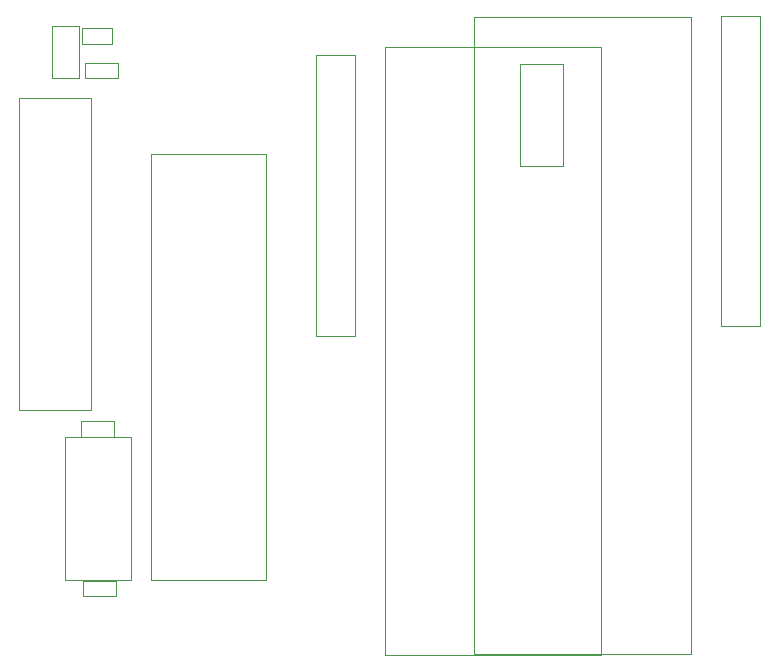
<source format=gbr>
G04 #@! TF.GenerationSoftware,KiCad,Pcbnew,(5.1.5)-2*
G04 #@! TF.CreationDate,2020-04-13T15:56:23+02:00*
G04 #@! TF.ProjectId,kickswitch,6b69636b-7377-4697-9463-682e6b696361,rev?*
G04 #@! TF.SameCoordinates,Original*
G04 #@! TF.FileFunction,Other,User*
%FSLAX46Y46*%
G04 Gerber Fmt 4.6, Leading zero omitted, Abs format (unit mm)*
G04 Created by KiCad (PCBNEW (5.1.5)-2) date 2020-04-13 15:56:23*
%MOMM*%
%LPD*%
G04 APERTURE LIST*
%ADD10C,0.050000*%
G04 APERTURE END LIST*
D10*
X93043200Y-134335280D02*
X90243200Y-134335280D01*
X93043200Y-134335280D02*
X93043200Y-133035280D01*
X90243200Y-133035280D02*
X90243200Y-134335280D01*
X90243200Y-133035280D02*
X93043200Y-133035280D01*
X90433700Y-146568400D02*
X93233700Y-146568400D01*
X90433700Y-146568400D02*
X90433700Y-147868400D01*
X93233700Y-147868400D02*
X93233700Y-146568400D01*
X93233700Y-147868400D02*
X90433700Y-147868400D01*
X93378480Y-103972120D02*
X90578480Y-103972120D01*
X93378480Y-103972120D02*
X93378480Y-102672120D01*
X90578480Y-102672120D02*
X90578480Y-103972120D01*
X90578480Y-102672120D02*
X93378480Y-102672120D01*
X90110960Y-99613360D02*
X90110960Y-104013360D01*
X90110960Y-104013360D02*
X87810960Y-104013360D01*
X87810960Y-104013360D02*
X87810960Y-99613360D01*
X90110960Y-99613360D02*
X87810960Y-99613360D01*
X92888120Y-101101120D02*
X90388120Y-101101120D01*
X92888120Y-101101120D02*
X92888120Y-99701120D01*
X90388120Y-99701120D02*
X90388120Y-101101120D01*
X90388120Y-99701120D02*
X92888120Y-99701120D01*
X96161680Y-110413200D02*
X96161680Y-146513200D01*
X96161680Y-146513200D02*
X105961680Y-146513200D01*
X105961680Y-146513200D02*
X105961680Y-110413200D01*
X105961680Y-110413200D02*
X96161680Y-110413200D01*
X115970720Y-101354280D02*
X115970720Y-152804280D01*
X115970720Y-152804280D02*
X134320720Y-152804280D01*
X134320720Y-152804280D02*
X134320720Y-101354280D01*
X134320720Y-101354280D02*
X115970720Y-101354280D01*
X123570400Y-98770640D02*
X123570400Y-152770640D01*
X123570400Y-152770640D02*
X141920400Y-152770640D01*
X141920400Y-152770640D02*
X141920400Y-98770640D01*
X141920400Y-98770640D02*
X123570400Y-98770640D01*
X94483840Y-134393120D02*
X88883840Y-134393120D01*
X88883840Y-134393120D02*
X88883840Y-146493120D01*
X88883840Y-146493120D02*
X94483840Y-146493120D01*
X94483840Y-146493120D02*
X94483840Y-134393120D01*
X91152120Y-132112160D02*
X91152120Y-105662160D01*
X91152120Y-105662160D02*
X85002120Y-105662160D01*
X85002120Y-105662160D02*
X85002120Y-132112160D01*
X85002120Y-132112160D02*
X91152120Y-132112160D01*
X110165880Y-125809480D02*
X113465880Y-125809480D01*
X113465880Y-125809480D02*
X113465880Y-102059480D01*
X113465880Y-102059480D02*
X110165880Y-102059480D01*
X110165880Y-102059480D02*
X110165880Y-125809480D01*
X147720320Y-98716360D02*
X144420320Y-98716360D01*
X144420320Y-98716360D02*
X144420320Y-124966360D01*
X144420320Y-124966360D02*
X147720320Y-124966360D01*
X147720320Y-124966360D02*
X147720320Y-98716360D01*
X131050000Y-102770000D02*
X127450000Y-102770000D01*
X131050000Y-111420000D02*
X131050000Y-102770000D01*
X127450000Y-111420000D02*
X131050000Y-111420000D01*
X127450000Y-102770000D02*
X127450000Y-111420000D01*
M02*

</source>
